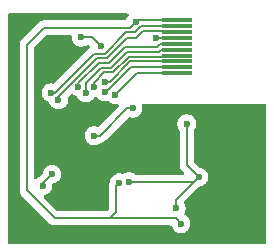
<source format=gbr>
%TF.GenerationSoftware,KiCad,Pcbnew,9.0.4*%
%TF.CreationDate,2025-09-15T00:01:54-04:00*%
%TF.ProjectId,usb-hub,7573622d-6875-4622-9e6b-696361645f70,rev?*%
%TF.SameCoordinates,Original*%
%TF.FileFunction,Copper,L2,Bot*%
%TF.FilePolarity,Positive*%
%FSLAX46Y46*%
G04 Gerber Fmt 4.6, Leading zero omitted, Abs format (unit mm)*
G04 Created by KiCad (PCBNEW 9.0.4) date 2025-09-15 00:01:54*
%MOMM*%
%LPD*%
G01*
G04 APERTURE LIST*
G04 Aperture macros list*
%AMFreePoly0*
4,1,5,0.150000,-1.250000,-0.150000,-1.250000,-0.150000,1.250000,0.150000,1.250000,0.150000,-1.250000,0.150000,-1.250000,$1*%
G04 Aperture macros list end*
%TA.AperFunction,ConnectorPad*%
%ADD10FreePoly0,270.000000*%
%TD*%
%TA.AperFunction,ViaPad*%
%ADD11C,0.600000*%
%TD*%
%TA.AperFunction,Conductor*%
%ADD12C,0.200000*%
%TD*%
%TA.AperFunction,Conductor*%
%ADD13C,0.165100*%
%TD*%
G04 APERTURE END LIST*
D10*
%TO.P,J1,1,Pin_1*%
%TO.N,VBUS*%
X148245000Y-32822500D03*
%TO.P,J1,2,Pin_2*%
%TO.N,USB_HOST_N*%
X148245000Y-33322500D03*
%TO.P,J1,3,Pin_3*%
%TO.N,USB_HOST_P*%
X148245000Y-33822500D03*
%TO.P,J1,4,Pin_4*%
%TO.N,GND*%
X148245000Y-34322500D03*
%TO.P,J1,5,Pin_5*%
%TO.N,EC_CTRL*%
X148245000Y-34822500D03*
%TO.P,J1,6,Pin_6*%
%TO.N,SWITCH*%
X148245000Y-35322500D03*
%TO.P,J1,7,Pin_7*%
%TO.N,RGB_W*%
X148245000Y-35822500D03*
%TO.P,J1,8,Pin_8*%
%TO.N,RGB_G*%
X148245000Y-36322500D03*
%TO.P,J1,9,Pin_9*%
%TO.N,RGB_R*%
X148245000Y-36822500D03*
%TO.P,J1,10,Pin_10*%
%TO.N,LED_COM*%
X148245000Y-37322500D03*
%TD*%
D11*
%TO.N,EC_CTRL*%
X139855252Y-38461477D03*
%TO.N,RGB_W*%
X141139479Y-38498755D03*
%TO.N,RGB_G*%
X142092244Y-38019938D03*
%TO.N,VBUS*%
X148540000Y-50040000D03*
X143300735Y-46600735D03*
X144700000Y-32975000D03*
%TO.N,USB_HOST_P*%
X137625000Y-45850000D03*
X136825000Y-46850000D03*
X138175521Y-39575521D03*
%TO.N,USB_HOST_N*%
X137574479Y-38974479D03*
%TO.N,RGB_R*%
X142100000Y-38900000D03*
%TO.N,SWITCH*%
X140483530Y-38956724D03*
%TO.N,GND*%
X146541500Y-45166000D03*
X155175000Y-49700000D03*
X145509000Y-44150000D03*
X145509000Y-43134000D03*
X147541000Y-44150000D03*
X138450000Y-36725000D03*
X137700000Y-34550000D03*
X145509000Y-45166000D03*
X147550000Y-40250000D03*
X141175000Y-41375000D03*
X151490000Y-46230000D03*
X153790000Y-42540000D03*
X153725000Y-46700000D03*
X146508500Y-44150000D03*
X146541500Y-43134000D03*
X141425000Y-40350000D03*
X146403001Y-34374840D03*
X142619265Y-44829265D03*
X147541000Y-45166000D03*
X150750000Y-40790000D03*
X147541000Y-43134000D03*
%TO.N,LED_COM*%
X143000000Y-39150000D03*
%TO.N,VREG*%
X141200000Y-42600000D03*
X144125000Y-46500000D03*
X150050000Y-46100000D03*
X144470000Y-40290000D03*
X149025000Y-41600000D03*
X148140000Y-48760000D03*
%TO.N,USB_FNG_P*%
X141736765Y-35025001D03*
X140101689Y-34275000D03*
%TD*%
D12*
%TO.N,EC_CTRL*%
X139855252Y-38180047D02*
X139855252Y-38461477D01*
X148245000Y-34822500D02*
X146802500Y-34822500D01*
X146507900Y-35117100D02*
X143792100Y-35117100D01*
X141583299Y-36452000D02*
X139855252Y-38180047D01*
X143792100Y-35117100D02*
X142457200Y-36452000D01*
X142457200Y-36452000D02*
X141583299Y-36452000D01*
X146802500Y-34822500D02*
X146507900Y-35117100D01*
%TO.N,RGB_W*%
X142008239Y-37254000D02*
X141139479Y-38122760D01*
X144125000Y-35919100D02*
X142790100Y-37254000D01*
X146823000Y-35919100D02*
X144125000Y-35919100D01*
X141139479Y-38122760D02*
X141139479Y-38498755D01*
X148245000Y-35822500D02*
X146919600Y-35822500D01*
X142790100Y-37254000D02*
X142008239Y-37254000D01*
X146919600Y-35822500D02*
X146823000Y-35919100D01*
D13*
%TO.N,RGB_G*%
X142092244Y-38019938D02*
X142566584Y-38019938D01*
X142566584Y-38019938D02*
X144264022Y-36322500D01*
X144264022Y-36322500D02*
X148245000Y-36322500D01*
D12*
%TO.N,VBUS*%
X143300735Y-46600735D02*
X143397997Y-46503473D01*
X143050000Y-49050000D02*
X143050000Y-46851470D01*
X143050000Y-49050000D02*
X142500000Y-49600000D01*
X148245000Y-32822500D02*
X144852500Y-32822500D01*
X142500000Y-49600000D02*
X148100000Y-49600000D01*
X136924000Y-33451000D02*
X135475000Y-34900000D01*
X144700000Y-32975000D02*
X144224000Y-33451000D01*
X135475000Y-34900000D02*
X135475000Y-47225000D01*
X144224000Y-33451000D02*
X136924000Y-33451000D01*
X135475000Y-47225000D02*
X137850000Y-49600000D01*
X144852500Y-32822500D02*
X144700000Y-32975000D01*
X143050000Y-46851470D02*
X143300735Y-46600735D01*
X148100000Y-49600000D02*
X148540000Y-50040000D01*
X137850000Y-49600000D02*
X142500000Y-49600000D01*
X143397997Y-46503473D02*
X143397997Y-46500000D01*
%TO.N,USB_HOST_P*%
X144733493Y-34358550D02*
X145317203Y-33774840D01*
X143983550Y-34358550D02*
X144733493Y-34358550D01*
X145317203Y-33774840D02*
X148197340Y-33774840D01*
X141417199Y-36051000D02*
X138175521Y-39292678D01*
X138175521Y-39292678D02*
X138175521Y-39575521D01*
X137475000Y-46000000D02*
X137625000Y-45850000D01*
X137475000Y-46000000D02*
X136825000Y-46650000D01*
X142291100Y-36051000D02*
X141417199Y-36051000D01*
X148197340Y-33774840D02*
X148245000Y-33822500D01*
X136825000Y-46650000D02*
X136825000Y-46850000D01*
X143983550Y-34358550D02*
X142291100Y-36051000D01*
%TO.N,USB_HOST_N*%
X142125000Y-35650000D02*
X143923000Y-33852000D01*
X144672943Y-33852000D02*
X145202443Y-33322500D01*
X137857322Y-38974479D02*
X141181801Y-35650000D01*
X145202443Y-33322500D02*
X148245000Y-33322500D01*
X143923000Y-33852000D02*
X144672943Y-33852000D01*
X141181801Y-35650000D02*
X142125000Y-35650000D01*
X137574479Y-38974479D02*
X137857322Y-38974479D01*
%TO.N,RGB_R*%
X148245000Y-36822500D02*
X144306444Y-36822500D01*
X144306444Y-36822500D02*
X142228944Y-38900000D01*
X142228944Y-38900000D02*
X142100000Y-38900000D01*
%TO.N,SWITCH*%
X146656900Y-35518100D02*
X146852500Y-35322500D01*
X143958200Y-35518100D02*
X146656900Y-35518100D01*
X140483530Y-38118869D02*
X141749399Y-36853000D01*
X142623300Y-36853000D02*
X143958200Y-35518100D01*
X146852500Y-35322500D02*
X148245000Y-35322500D01*
X140483530Y-38956724D02*
X140483530Y-38118869D01*
X141749399Y-36853000D02*
X142623300Y-36853000D01*
%TO.N,GND*%
X138450000Y-35300000D02*
X137700000Y-34550000D01*
X148245000Y-34322500D02*
X146455341Y-34322500D01*
X151490000Y-46230000D02*
X151960000Y-46700000D01*
X138450000Y-36725000D02*
X138450000Y-35300000D01*
X146455341Y-34322500D02*
X146403001Y-34374840D01*
X151960000Y-46700000D02*
X153725000Y-46700000D01*
%TO.N,LED_COM*%
X148245000Y-37322500D02*
X144827500Y-37322500D01*
X144827500Y-37322500D02*
X143000000Y-39150000D01*
%TO.N,VREG*%
X144470000Y-40290000D02*
X144070000Y-40290000D01*
X149025000Y-45075000D02*
X150050000Y-46100000D01*
X149650000Y-46500000D02*
X150050000Y-46100000D01*
X144125000Y-46500000D02*
X149650000Y-46500000D01*
X141680000Y-42600000D02*
X141200000Y-42600000D01*
X148140000Y-48010000D02*
X149650000Y-46500000D01*
X149025000Y-41600000D02*
X149025000Y-45075000D01*
X148140000Y-48760000D02*
X148140000Y-48010000D01*
X141680000Y-42600000D02*
X143990000Y-40290000D01*
X143990000Y-40290000D02*
X144070000Y-40290000D01*
%TO.N,USB_FNG_P*%
X141736765Y-35025001D02*
X140986764Y-34275000D01*
X140986764Y-34275000D02*
X140101689Y-34275000D01*
%TD*%
%TA.AperFunction,Conductor*%
%TO.N,GND*%
G36*
X144062969Y-32267265D02*
G01*
X144108739Y-32320056D01*
X144118702Y-32389212D01*
X144089695Y-32452776D01*
X144083645Y-32459276D01*
X144078210Y-32464711D01*
X143990609Y-32595814D01*
X143990602Y-32595827D01*
X143930264Y-32741498D01*
X143930263Y-32741502D01*
X143928436Y-32750690D01*
X143896051Y-32812602D01*
X143835335Y-32847176D01*
X143806818Y-32850500D01*
X136844940Y-32850500D01*
X136804019Y-32861464D01*
X136804019Y-32861465D01*
X136766751Y-32871451D01*
X136692214Y-32891423D01*
X136692209Y-32891426D01*
X136555290Y-32970475D01*
X136555282Y-32970481D01*
X134994479Y-34531284D01*
X134966366Y-34579978D01*
X134954484Y-34600560D01*
X134915423Y-34668215D01*
X134874499Y-34820943D01*
X134874499Y-34820945D01*
X134874499Y-34989046D01*
X134874500Y-34989059D01*
X134874500Y-47138330D01*
X134874499Y-47138348D01*
X134874499Y-47304054D01*
X134874498Y-47304054D01*
X134915423Y-47456785D01*
X134924086Y-47471789D01*
X134924087Y-47471792D01*
X134994475Y-47593709D01*
X134994481Y-47593717D01*
X135113349Y-47712585D01*
X135113355Y-47712590D01*
X137365139Y-49964374D01*
X137365149Y-49964385D01*
X137369479Y-49968715D01*
X137369480Y-49968716D01*
X137481284Y-50080520D01*
X137481286Y-50080521D01*
X137481290Y-50080524D01*
X137548028Y-50119055D01*
X137548032Y-50119056D01*
X137548033Y-50119057D01*
X137583124Y-50139317D01*
X137618212Y-50159576D01*
X137618214Y-50159576D01*
X137618215Y-50159577D01*
X137770942Y-50200500D01*
X137770943Y-50200500D01*
X137770944Y-50200500D01*
X142420939Y-50200500D01*
X142420943Y-50200501D01*
X142579057Y-50200501D01*
X142579061Y-50200500D01*
X147657173Y-50200500D01*
X147724212Y-50220185D01*
X147769967Y-50272989D01*
X147771734Y-50277048D01*
X147830602Y-50419172D01*
X147830609Y-50419185D01*
X147918210Y-50550288D01*
X147918213Y-50550292D01*
X148029707Y-50661786D01*
X148029711Y-50661789D01*
X148160814Y-50749390D01*
X148160827Y-50749397D01*
X148306498Y-50809735D01*
X148306503Y-50809737D01*
X148461153Y-50840499D01*
X148461156Y-50840500D01*
X148461158Y-50840500D01*
X148618844Y-50840500D01*
X148618845Y-50840499D01*
X148773497Y-50809737D01*
X148919179Y-50749394D01*
X149050289Y-50661789D01*
X149161789Y-50550289D01*
X149249394Y-50419179D01*
X149309737Y-50273497D01*
X149340500Y-50118842D01*
X149340500Y-49961158D01*
X149340500Y-49961155D01*
X149340499Y-49961153D01*
X149309738Y-49806510D01*
X149309737Y-49806503D01*
X149309735Y-49806498D01*
X149249397Y-49660827D01*
X149249390Y-49660814D01*
X149161789Y-49529711D01*
X149161786Y-49529707D01*
X149050292Y-49418213D01*
X149050288Y-49418210D01*
X148919185Y-49330609D01*
X148919178Y-49330605D01*
X148908143Y-49326034D01*
X148903934Y-49324291D01*
X148849531Y-49280451D01*
X148827465Y-49214157D01*
X148844743Y-49146458D01*
X148848267Y-49140864D01*
X148849394Y-49139179D01*
X148909737Y-48993497D01*
X148940500Y-48838842D01*
X148940500Y-48681158D01*
X148940500Y-48681155D01*
X148940499Y-48681153D01*
X148909738Y-48526510D01*
X148909737Y-48526503D01*
X148909735Y-48526498D01*
X148849397Y-48380827D01*
X148849390Y-48380814D01*
X148813413Y-48326971D01*
X148792535Y-48260294D01*
X148811019Y-48192913D01*
X148828830Y-48170403D01*
X150018713Y-46980521D01*
X150018716Y-46980520D01*
X150064667Y-46934568D01*
X150116855Y-46906073D01*
X150125984Y-46901088D01*
X150125985Y-46901087D01*
X150125988Y-46901087D01*
X150128152Y-46900637D01*
X150128841Y-46900500D01*
X150128842Y-46900500D01*
X150283497Y-46869737D01*
X150429179Y-46809394D01*
X150560289Y-46721789D01*
X150671789Y-46610289D01*
X150759394Y-46479179D01*
X150819737Y-46333497D01*
X150850500Y-46178842D01*
X150850500Y-46021158D01*
X150850500Y-46021155D01*
X150850499Y-46021153D01*
X150832137Y-45928842D01*
X150819737Y-45866503D01*
X150805031Y-45830999D01*
X150759397Y-45720827D01*
X150759390Y-45720814D01*
X150671789Y-45589711D01*
X150671786Y-45589707D01*
X150560292Y-45478213D01*
X150560288Y-45478210D01*
X150429185Y-45390609D01*
X150429172Y-45390602D01*
X150283501Y-45330264D01*
X150283491Y-45330261D01*
X150128149Y-45299361D01*
X150066238Y-45266976D01*
X150064660Y-45265425D01*
X149661819Y-44862584D01*
X149628334Y-44801261D01*
X149625500Y-44774903D01*
X149625500Y-42179765D01*
X149645185Y-42112726D01*
X149646398Y-42110874D01*
X149734390Y-41979185D01*
X149734390Y-41979184D01*
X149734394Y-41979179D01*
X149794737Y-41833497D01*
X149825500Y-41678842D01*
X149825500Y-41521158D01*
X149825500Y-41521155D01*
X149825499Y-41521153D01*
X149794738Y-41366510D01*
X149794737Y-41366503D01*
X149794735Y-41366498D01*
X149734397Y-41220827D01*
X149734390Y-41220814D01*
X149646789Y-41089711D01*
X149646786Y-41089707D01*
X149535292Y-40978213D01*
X149535288Y-40978210D01*
X149404185Y-40890609D01*
X149404172Y-40890602D01*
X149258501Y-40830264D01*
X149258489Y-40830261D01*
X149103845Y-40799500D01*
X149103842Y-40799500D01*
X148946158Y-40799500D01*
X148946155Y-40799500D01*
X148791510Y-40830261D01*
X148791498Y-40830264D01*
X148645827Y-40890602D01*
X148645814Y-40890609D01*
X148514711Y-40978210D01*
X148514707Y-40978213D01*
X148403213Y-41089707D01*
X148403210Y-41089711D01*
X148315609Y-41220814D01*
X148315602Y-41220827D01*
X148255264Y-41366498D01*
X148255261Y-41366510D01*
X148224500Y-41521153D01*
X148224500Y-41678846D01*
X148255261Y-41833489D01*
X148255264Y-41833501D01*
X148315602Y-41979172D01*
X148315609Y-41979185D01*
X148403602Y-42110874D01*
X148424480Y-42177551D01*
X148424500Y-42179765D01*
X148424500Y-44988330D01*
X148424499Y-44988348D01*
X148424499Y-45154054D01*
X148424498Y-45154054D01*
X148424499Y-45154057D01*
X148465423Y-45306785D01*
X148478978Y-45330263D01*
X148484430Y-45339707D01*
X148544481Y-45443717D01*
X148663349Y-45562585D01*
X148663355Y-45562590D01*
X148788584Y-45687819D01*
X148822069Y-45749142D01*
X148817085Y-45818834D01*
X148775213Y-45874767D01*
X148709749Y-45899184D01*
X148700903Y-45899500D01*
X144704766Y-45899500D01*
X144637727Y-45879815D01*
X144635875Y-45878602D01*
X144504185Y-45790609D01*
X144504172Y-45790602D01*
X144358501Y-45730264D01*
X144358489Y-45730261D01*
X144203845Y-45699500D01*
X144203842Y-45699500D01*
X144046158Y-45699500D01*
X144046155Y-45699500D01*
X143891510Y-45730261D01*
X143891498Y-45730264D01*
X143745828Y-45790602D01*
X143745812Y-45790611D01*
X143682639Y-45832821D01*
X143615961Y-45853698D01*
X143566298Y-45844279D01*
X143534237Y-45830999D01*
X143534229Y-45830996D01*
X143379580Y-45800235D01*
X143379577Y-45800235D01*
X143221893Y-45800235D01*
X143221890Y-45800235D01*
X143067245Y-45830996D01*
X143067233Y-45830999D01*
X142921562Y-45891337D01*
X142921549Y-45891344D01*
X142790446Y-45978945D01*
X142790442Y-45978948D01*
X142678948Y-46090442D01*
X142678945Y-46090446D01*
X142591344Y-46221549D01*
X142591337Y-46221562D01*
X142530999Y-46367233D01*
X142530996Y-46367245D01*
X142500235Y-46521888D01*
X142500235Y-46571331D01*
X142492197Y-46611746D01*
X142492527Y-46611835D01*
X142491180Y-46616861D01*
X142490799Y-46618778D01*
X142490423Y-46619683D01*
X142483310Y-46646230D01*
X142449499Y-46772413D01*
X142449499Y-46772415D01*
X142449499Y-46940516D01*
X142449500Y-46940529D01*
X142449500Y-48749903D01*
X142440855Y-48779343D01*
X142434332Y-48809330D01*
X142430577Y-48814345D01*
X142429815Y-48816942D01*
X142413181Y-48837584D01*
X142287584Y-48963181D01*
X142226261Y-48996666D01*
X142199903Y-48999500D01*
X138150097Y-48999500D01*
X138083058Y-48979815D01*
X138062416Y-48963181D01*
X136939342Y-47840107D01*
X136905857Y-47778784D01*
X136910841Y-47709092D01*
X136952713Y-47653159D01*
X137002829Y-47630810D01*
X137058497Y-47619737D01*
X137204179Y-47559394D01*
X137335289Y-47471789D01*
X137446789Y-47360289D01*
X137534394Y-47229179D01*
X137594737Y-47083497D01*
X137625500Y-46928842D01*
X137625500Y-46771158D01*
X137625500Y-46767847D01*
X137645185Y-46700808D01*
X137697989Y-46655053D01*
X137725309Y-46646230D01*
X137741291Y-46643050D01*
X137858497Y-46619737D01*
X138004179Y-46559394D01*
X138135289Y-46471789D01*
X138246789Y-46360289D01*
X138334394Y-46229179D01*
X138337555Y-46221549D01*
X138356046Y-46176905D01*
X138394737Y-46083497D01*
X138425500Y-45928842D01*
X138425500Y-45771158D01*
X138425500Y-45771155D01*
X138425499Y-45771153D01*
X138394738Y-45616510D01*
X138394738Y-45616508D01*
X138394737Y-45616503D01*
X138394735Y-45616498D01*
X138334397Y-45470827D01*
X138334390Y-45470814D01*
X138246789Y-45339711D01*
X138246786Y-45339707D01*
X138135292Y-45228213D01*
X138135288Y-45228210D01*
X138004185Y-45140609D01*
X138004172Y-45140602D01*
X137858501Y-45080264D01*
X137858489Y-45080261D01*
X137703845Y-45049500D01*
X137703842Y-45049500D01*
X137546158Y-45049500D01*
X137546155Y-45049500D01*
X137391510Y-45080261D01*
X137391498Y-45080264D01*
X137245827Y-45140602D01*
X137245814Y-45140609D01*
X137114711Y-45228210D01*
X137114707Y-45228213D01*
X137003213Y-45339707D01*
X137003210Y-45339711D01*
X136915609Y-45470814D01*
X136915602Y-45470827D01*
X136855264Y-45616498D01*
X136855261Y-45616508D01*
X136824361Y-45771850D01*
X136791976Y-45833761D01*
X136790425Y-45835339D01*
X136530415Y-46095348D01*
X136490188Y-46122227D01*
X136445829Y-46140601D01*
X136445814Y-46140609D01*
X136314711Y-46228210D01*
X136314707Y-46228213D01*
X136287181Y-46255740D01*
X136225858Y-46289225D01*
X136156166Y-46284241D01*
X136100233Y-46242369D01*
X136075816Y-46176905D01*
X136075500Y-46168059D01*
X136075500Y-35200097D01*
X136095185Y-35133058D01*
X136111819Y-35112416D01*
X137136416Y-34087819D01*
X137197739Y-34054334D01*
X137224097Y-34051500D01*
X139178869Y-34051500D01*
X139245908Y-34071185D01*
X139291663Y-34123989D01*
X139301159Y-34190033D01*
X139301786Y-34190095D01*
X139301534Y-34192645D01*
X139301607Y-34193147D01*
X139301321Y-34194816D01*
X139301189Y-34196157D01*
X139301189Y-34353846D01*
X139331950Y-34508489D01*
X139331953Y-34508501D01*
X139392291Y-34654172D01*
X139392298Y-34654185D01*
X139479899Y-34785288D01*
X139479902Y-34785292D01*
X139591396Y-34896786D01*
X139591400Y-34896789D01*
X139722503Y-34984390D01*
X139722516Y-34984397D01*
X139848069Y-35036402D01*
X139868192Y-35044737D01*
X139996343Y-35070228D01*
X140022842Y-35075499D01*
X140022845Y-35075500D01*
X140022847Y-35075500D01*
X140180533Y-35075500D01*
X140180534Y-35075499D01*
X140335186Y-35044737D01*
X140480868Y-34984394D01*
X140498669Y-34972500D01*
X140612564Y-34896398D01*
X140630610Y-34890747D01*
X140646520Y-34880523D01*
X140677481Y-34876071D01*
X140679242Y-34875520D01*
X140681455Y-34875500D01*
X140686667Y-34875500D01*
X140753706Y-34895185D01*
X140774348Y-34911819D01*
X140837608Y-34975079D01*
X140871093Y-35036402D01*
X140866109Y-35106094D01*
X140824237Y-35162027D01*
X140813974Y-35168797D01*
X140813083Y-35169481D01*
X140701279Y-35281286D01*
X137829692Y-38152872D01*
X137768369Y-38186357D01*
X137717820Y-38186808D01*
X137653325Y-38173979D01*
X137653321Y-38173979D01*
X137495637Y-38173979D01*
X137495634Y-38173979D01*
X137340989Y-38204740D01*
X137340977Y-38204743D01*
X137195306Y-38265081D01*
X137195293Y-38265088D01*
X137064190Y-38352689D01*
X137064186Y-38352692D01*
X136952692Y-38464186D01*
X136952689Y-38464190D01*
X136865088Y-38595293D01*
X136865081Y-38595306D01*
X136804743Y-38740977D01*
X136804740Y-38740989D01*
X136773979Y-38895632D01*
X136773979Y-39053325D01*
X136804740Y-39207968D01*
X136804743Y-39207980D01*
X136865081Y-39353651D01*
X136865088Y-39353664D01*
X136952689Y-39484767D01*
X136952692Y-39484771D01*
X137064186Y-39596265D01*
X137064190Y-39596268D01*
X137195293Y-39683869D01*
X137195306Y-39683876D01*
X137339350Y-39743540D01*
X137393754Y-39787380D01*
X137406459Y-39810649D01*
X137466123Y-39954693D01*
X137466130Y-39954706D01*
X137553731Y-40085809D01*
X137553734Y-40085813D01*
X137665228Y-40197307D01*
X137665232Y-40197310D01*
X137796335Y-40284911D01*
X137796348Y-40284918D01*
X137942019Y-40345256D01*
X137942024Y-40345258D01*
X138096674Y-40376020D01*
X138096677Y-40376021D01*
X138096679Y-40376021D01*
X138254365Y-40376021D01*
X138254366Y-40376020D01*
X138409018Y-40345258D01*
X138554700Y-40284915D01*
X138685810Y-40197310D01*
X138797310Y-40085810D01*
X138884915Y-39954700D01*
X138945258Y-39809018D01*
X138976021Y-39654363D01*
X138976021Y-39496679D01*
X138976021Y-39496676D01*
X138963191Y-39432178D01*
X138969418Y-39362586D01*
X138997125Y-39320307D01*
X139206589Y-39110843D01*
X139267910Y-39077360D01*
X139337602Y-39082344D01*
X139363157Y-39095423D01*
X139476073Y-39170871D01*
X139476075Y-39170872D01*
X139476079Y-39170874D01*
X139543343Y-39198735D01*
X139621755Y-39231214D01*
X139675556Y-39241915D01*
X139737464Y-39274299D01*
X139765923Y-39316078D01*
X139774131Y-39335894D01*
X139774139Y-39335909D01*
X139861740Y-39467012D01*
X139861743Y-39467016D01*
X139973237Y-39578510D01*
X139973241Y-39578513D01*
X140104344Y-39666114D01*
X140104357Y-39666121D01*
X140250028Y-39726459D01*
X140250033Y-39726461D01*
X140404683Y-39757223D01*
X140404686Y-39757224D01*
X140404688Y-39757224D01*
X140562374Y-39757224D01*
X140562375Y-39757223D01*
X140717027Y-39726461D01*
X140848248Y-39672108D01*
X140862702Y-39666121D01*
X140862702Y-39666120D01*
X140862709Y-39666118D01*
X140993819Y-39578513D01*
X141105319Y-39467013D01*
X141143221Y-39410289D01*
X141188737Y-39342170D01*
X141212277Y-39322496D01*
X141234363Y-39301185D01*
X141240270Y-39299100D01*
X141242349Y-39297364D01*
X141267640Y-39289444D01*
X141300973Y-39282814D01*
X141370562Y-39289041D01*
X141425740Y-39331903D01*
X141428265Y-39335540D01*
X141478210Y-39410288D01*
X141478213Y-39410292D01*
X141589707Y-39521786D01*
X141589711Y-39521789D01*
X141720814Y-39609390D01*
X141720827Y-39609397D01*
X141829391Y-39654365D01*
X141866503Y-39669737D01*
X141955175Y-39687375D01*
X142021153Y-39700499D01*
X142021156Y-39700500D01*
X142021158Y-39700500D01*
X142178844Y-39700500D01*
X142178845Y-39700499D01*
X142215803Y-39693147D01*
X142313667Y-39673682D01*
X142383258Y-39679909D01*
X142425539Y-39707618D01*
X142489707Y-39771786D01*
X142489711Y-39771789D01*
X142620814Y-39859390D01*
X142620827Y-39859397D01*
X142755513Y-39915185D01*
X142766503Y-39919737D01*
X142921153Y-39950499D01*
X142921156Y-39950500D01*
X142921158Y-39950500D01*
X143078843Y-39950500D01*
X143110978Y-39944107D01*
X143179020Y-39930573D01*
X143248610Y-39936800D01*
X143303788Y-39979662D01*
X143327033Y-40045552D01*
X143310966Y-40113549D01*
X143290892Y-40139871D01*
X141610173Y-41820590D01*
X141548850Y-41854075D01*
X141479158Y-41849091D01*
X141475041Y-41847471D01*
X141433497Y-41830263D01*
X141433493Y-41830262D01*
X141433488Y-41830260D01*
X141278845Y-41799500D01*
X141278842Y-41799500D01*
X141121158Y-41799500D01*
X141121155Y-41799500D01*
X140966510Y-41830261D01*
X140966498Y-41830264D01*
X140820827Y-41890602D01*
X140820814Y-41890609D01*
X140689711Y-41978210D01*
X140689707Y-41978213D01*
X140578213Y-42089707D01*
X140578210Y-42089711D01*
X140490609Y-42220814D01*
X140490602Y-42220827D01*
X140430264Y-42366498D01*
X140430261Y-42366510D01*
X140399500Y-42521153D01*
X140399500Y-42678846D01*
X140430261Y-42833489D01*
X140430264Y-42833501D01*
X140490602Y-42979172D01*
X140490609Y-42979185D01*
X140578210Y-43110288D01*
X140578213Y-43110292D01*
X140689707Y-43221786D01*
X140689711Y-43221789D01*
X140820814Y-43309390D01*
X140820827Y-43309397D01*
X140966498Y-43369735D01*
X140966503Y-43369737D01*
X141121153Y-43400499D01*
X141121156Y-43400500D01*
X141121158Y-43400500D01*
X141278844Y-43400500D01*
X141278845Y-43400499D01*
X141433497Y-43369737D01*
X141579179Y-43309394D01*
X141710289Y-43221789D01*
X141710289Y-43221788D01*
X141713960Y-43219336D01*
X141751867Y-43205073D01*
X141751206Y-43202604D01*
X141759054Y-43200501D01*
X141759057Y-43200501D01*
X141911785Y-43159577D01*
X141961904Y-43130639D01*
X142048716Y-43080520D01*
X142160520Y-42968716D01*
X142160520Y-42968714D01*
X142170728Y-42958507D01*
X142170730Y-42958504D01*
X144059827Y-41069406D01*
X144121148Y-41035923D01*
X144190840Y-41040907D01*
X144194945Y-41042523D01*
X144210450Y-41048945D01*
X144236497Y-41059735D01*
X144236499Y-41059735D01*
X144236503Y-41059737D01*
X144391153Y-41090499D01*
X144391156Y-41090500D01*
X144391158Y-41090500D01*
X144548844Y-41090500D01*
X144548845Y-41090499D01*
X144703497Y-41059737D01*
X144849179Y-40999394D01*
X144980289Y-40911789D01*
X145091789Y-40800289D01*
X145179394Y-40669179D01*
X145239737Y-40523497D01*
X145270500Y-40368842D01*
X145270500Y-40211158D01*
X145270500Y-40211155D01*
X145270499Y-40211153D01*
X145239739Y-40056512D01*
X145239738Y-40056509D01*
X145239737Y-40056503D01*
X145239734Y-40056496D01*
X145239431Y-40055496D01*
X145239426Y-40054937D01*
X145238549Y-40050528D01*
X145239385Y-40050361D01*
X145238808Y-39985629D01*
X145276056Y-39926516D01*
X145339350Y-39896925D01*
X145358092Y-39895500D01*
X155635500Y-39895500D01*
X155702539Y-39915185D01*
X155748294Y-39967989D01*
X155759500Y-40019500D01*
X155759500Y-51635500D01*
X155739815Y-51702539D01*
X155687011Y-51748294D01*
X155635500Y-51759500D01*
X133999500Y-51759500D01*
X133932461Y-51739815D01*
X133886706Y-51687011D01*
X133875500Y-51635500D01*
X133875500Y-32374394D01*
X133895185Y-32307355D01*
X133947989Y-32261600D01*
X133999463Y-32250394D01*
X143995924Y-32247599D01*
X144062969Y-32267265D01*
G37*
%TD.AperFunction*%
%TD*%
M02*

</source>
